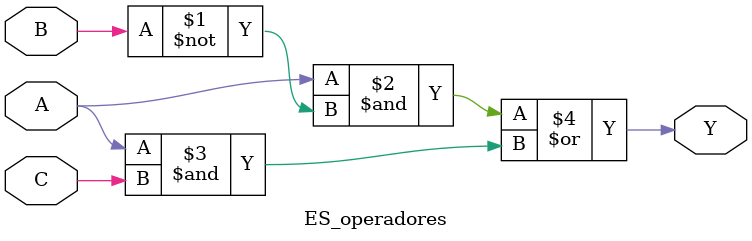
<source format=v>




module SOP_gateLevel(input wire A, B, C, output wire Y);

  wire notB, notC, a1, a2, a3;

  not (notB, B);
  not (notC, C);

  and (a1,    A, notB, notC);
  and (a2,    A, notB,    C);
  and (a3,    A,    B,    C);

  or  (Y, a1, a2, a3);

endmodule


// SOP con operadores
// Función a implementar: Y = (A * B' * C') + (A * B' * C) + (A * B * C);
module SOP_operadores(input wire A, B, C, output wire Y);

  assign Y = (A & ~B & ~C) | (A & ~B & C) | (A & B & C);

endmodule



// POS con Gate Level Modelling
// Ecuación a implementar:
// Y = (A + B + C) * (A + B + C') * (A + B' + C) * (A + B' + C') * (A' + B' + C) ;
module POS_gateLevel(input wire A, B, C, output wire Y);

  wire notA, notB, notC, o1, o2, o3, o4, o5;

  not (notA, A);
  not (notB, B);
  not (notC, C);

  or (o1,    A,    B,    C);
  or (o2,    A,    B, notC);
  or (o3,    A, notB,    C);
  or (o4,    A, notB, notC);
  or (o5, notA, notB,    C);

  and  (Y, o1, o2, o3, o4, o5);

endmodule


// POS con operadores
// Función a implementar:
// Y = (A + B + C) * (A + B + C') * (A + B' + C) * (A + B' + C') * (A' + B' + C) ;
module POS_operadores(input wire A, B, C, output wire Y);

  assign Y = (A | B | C) & (A | B | ~C) & (A | ~B | C) & (A | ~B | ~C) & (~A | ~B | C);

endmodule



// Ecuación simplificada con Gate Level Modelling
// Ecuación a implementar: Y = (A * B') + (A * C);
module ES_gateLevel(input wire A, B, C, output wire Y);

  wire notB, a1, a2;

  not (notB, B);


  and (a1,    A, notB);
  and (a2,    A,    C);

  or  (Y, a1, a2);

endmodule


// Ecuación simplificada con operadores
// Función a implementar: Y = (A * B') + (A * C);
module ES_operadores(input wire A, B, C, output wire Y);

  assign Y = (A & ~B) | (A & C);

endmodule

</source>
